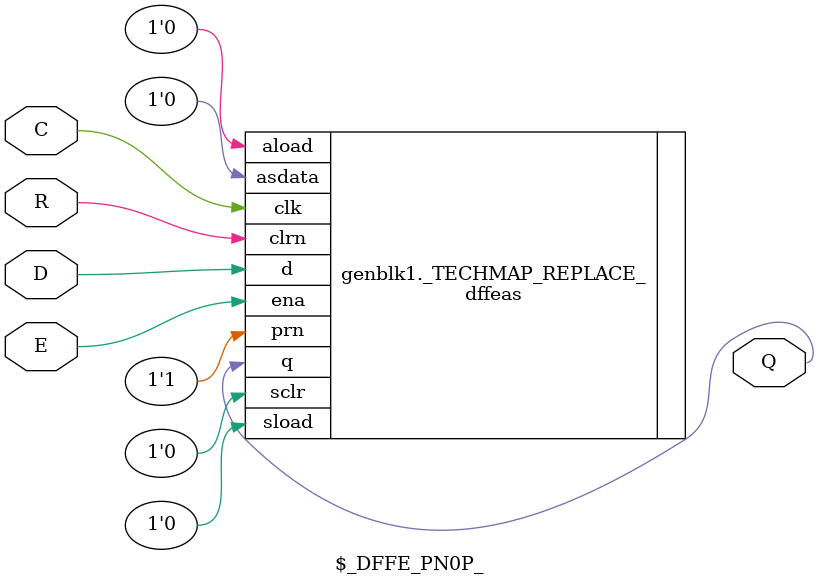
<source format=v>
module  \$_DFFE_PN0P_ (input D, C, R, E, output Q);
   parameter _TECHMAP_WIREINIT_Q_ = 1'bx;
   generate if (_TECHMAP_WIREINIT_Q_ === 1'b1) begin
     dffeas #(.is_wysiwyg("TRUE"), .power_up("high")) _TECHMAP_REPLACE_ (.d(D), .q(Q), .clk(C), .clrn(R), .prn(1'b1), .ena(E), .asdata(1'b0), .aload(1'b0), .sclr(1'b0), .sload(1'b0));
   end else begin
     dffeas #(.is_wysiwyg("TRUE"), .power_up("low")) _TECHMAP_REPLACE_ (.d(D), .q(Q), .clk(C), .clrn(R), .prn(1'b1), .ena(E), .asdata(1'b0), .aload(1'b0), .sclr(1'b0), .sload(1'b0));
   end
   endgenerate
   wire _TECHMAP_REMOVEINIT_Q_ = 1;
endmodule

</source>
